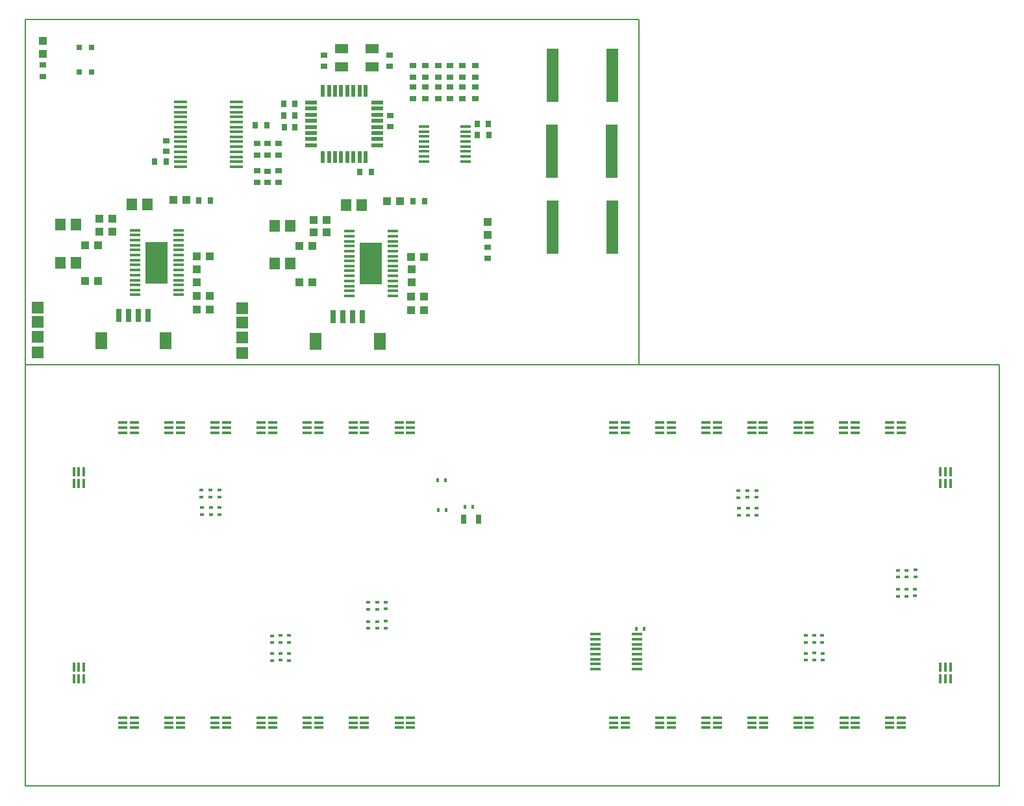
<source format=gtp>
G04*
G04 #@! TF.GenerationSoftware,Altium Limited,Altium Designer,18.1.9 (240)*
G04*
G04 Layer_Color=8421504*
%FSLAX44Y44*%
%MOMM*%
G71*
G01*
G75*
%ADD10R,0.9000X0.8000*%
%ADD11R,1.6000X2.2000*%
%ADD12R,0.7000X1.8000*%
%ADD13R,0.5500X1.5000*%
%ADD14R,1.5000X0.5500*%
%ADD15R,1.5240X1.5240*%
%ADD16R,0.9000X0.7000*%
%ADD17R,1.5000X7.0000*%
%ADD18R,1.4000X0.3500*%
%ADD19R,0.7000X0.9000*%
%ADD20R,1.1000X1.0000*%
%ADD21R,1.4000X1.5000*%
%ADD22R,1.0000X1.1000*%
%ADD23R,2.9972X5.5118*%
%ADD24R,1.4224X0.3556*%
%ADD25R,0.8000X0.9000*%
%ADD26R,0.7500X0.7000*%
%ADD27R,1.8000X1.2000*%
%ADD28R,1.6510X0.4318*%
%ADD36C,0.2000*%
%ADD40R,0.4500X0.6000*%
%ADD41R,1.4000X0.3500*%
%ADD42R,0.6000X0.4000*%
%ADD43R,0.8000X1.3000*%
%ADD44R,0.3500X1.2000*%
%ADD45R,1.2000X0.3500*%
D10*
X676250Y1060500D02*
D03*
Y1074500D02*
D03*
X589890Y1153240D02*
D03*
Y1139240D02*
D03*
X674980D02*
D03*
Y1153240D02*
D03*
X383820Y1042028D02*
D03*
Y1028027D02*
D03*
D11*
X662820Y779738D02*
D03*
X578320D02*
D03*
X383420Y781008D02*
D03*
X298920D02*
D03*
D12*
X614320Y812738D02*
D03*
X601820D02*
D03*
X626820D02*
D03*
X639320D02*
D03*
X334920Y814008D02*
D03*
X322420D02*
D03*
X347420D02*
D03*
X359920D02*
D03*
D13*
X644065Y1020920D02*
D03*
X636065D02*
D03*
X628065D02*
D03*
X620065D02*
D03*
X612065D02*
D03*
X604065D02*
D03*
X596065D02*
D03*
X588065D02*
D03*
Y1106920D02*
D03*
X596065D02*
D03*
X604065D02*
D03*
X612065D02*
D03*
X620065D02*
D03*
X628065D02*
D03*
X636065D02*
D03*
X644065D02*
D03*
D14*
X573065Y1035920D02*
D03*
Y1043920D02*
D03*
Y1051920D02*
D03*
Y1059920D02*
D03*
Y1067920D02*
D03*
Y1075920D02*
D03*
Y1083920D02*
D03*
Y1091920D02*
D03*
X659065D02*
D03*
Y1083920D02*
D03*
Y1075920D02*
D03*
Y1067920D02*
D03*
Y1059920D02*
D03*
Y1051920D02*
D03*
Y1043920D02*
D03*
Y1035920D02*
D03*
D15*
X483210Y823660D02*
D03*
X216510Y824596D02*
D03*
X483210Y804610D02*
D03*
Y785560D02*
D03*
Y765240D02*
D03*
X216510Y766176D02*
D03*
Y786496D02*
D03*
Y805546D02*
D03*
D16*
X786740Y1124650D02*
D03*
Y1139650D02*
D03*
X770082Y1124649D02*
D03*
Y1139649D02*
D03*
X753720Y1124770D02*
D03*
Y1139770D02*
D03*
X786740Y1111710D02*
D03*
Y1096710D02*
D03*
X770082Y1111709D02*
D03*
Y1096709D02*
D03*
X753720Y1111710D02*
D03*
Y1096710D02*
D03*
X721970Y1124650D02*
D03*
Y1139650D02*
D03*
X738632Y1124649D02*
D03*
Y1139649D02*
D03*
X705460Y1139650D02*
D03*
Y1124650D02*
D03*
X721970Y1111710D02*
D03*
Y1096710D02*
D03*
X502260Y1023170D02*
D03*
Y1038170D02*
D03*
X502260Y1002610D02*
D03*
Y987610D02*
D03*
X516230Y1002299D02*
D03*
Y987299D02*
D03*
X530200Y1002610D02*
D03*
Y987610D02*
D03*
X705460Y1111710D02*
D03*
Y1096710D02*
D03*
X222860Y1140862D02*
D03*
Y1125862D02*
D03*
X738480Y1111710D02*
D03*
Y1096710D02*
D03*
X530200Y1023170D02*
D03*
Y1038170D02*
D03*
X516230Y1023170D02*
D03*
Y1038170D02*
D03*
X803174Y888216D02*
D03*
Y903216D02*
D03*
D17*
X888000Y1127280D02*
D03*
X966000D02*
D03*
X888000Y929160D02*
D03*
X966000D02*
D03*
X886730Y1028220D02*
D03*
X964730D02*
D03*
D18*
X773920Y1015027D02*
D03*
Y1021527D02*
D03*
Y1028027D02*
D03*
Y1034528D02*
D03*
Y1041028D02*
D03*
Y1047527D02*
D03*
Y1054027D02*
D03*
Y1060527D02*
D03*
X719920Y1015027D02*
D03*
Y1021527D02*
D03*
Y1028027D02*
D03*
Y1034528D02*
D03*
Y1041028D02*
D03*
Y1047527D02*
D03*
Y1054027D02*
D03*
Y1060527D02*
D03*
D19*
X636492Y1001415D02*
D03*
X651492D02*
D03*
X789400Y1049720D02*
D03*
X804400D02*
D03*
X705580Y963026D02*
D03*
X720580D02*
D03*
X426180Y964296D02*
D03*
X441180D02*
D03*
X514840Y1062420D02*
D03*
X499840D02*
D03*
X551812Y1090315D02*
D03*
X536812D02*
D03*
X369030Y1015027D02*
D03*
X384030D02*
D03*
D20*
X574650Y904486D02*
D03*
X557650D02*
D03*
X703310Y838566D02*
D03*
X720310D02*
D03*
X574650Y857616D02*
D03*
X557650D02*
D03*
X576310Y938896D02*
D03*
X593310D02*
D03*
X576310Y922186D02*
D03*
X593310D02*
D03*
X719920Y890636D02*
D03*
X702920D02*
D03*
X720310Y820786D02*
D03*
X703310D02*
D03*
X688603Y963360D02*
D03*
X671602D02*
D03*
X410176Y964630D02*
D03*
X393176D02*
D03*
X440910Y822056D02*
D03*
X423910D02*
D03*
X440910Y891460D02*
D03*
X423910D02*
D03*
X278250Y905756D02*
D03*
X295250D02*
D03*
X313910Y940166D02*
D03*
X296910D02*
D03*
X313910Y923456D02*
D03*
X296910D02*
D03*
X440910Y839749D02*
D03*
X423910D02*
D03*
X278250Y858886D02*
D03*
X295250D02*
D03*
D21*
X618377Y957946D02*
D03*
X638377D02*
D03*
X525280Y931276D02*
D03*
X545280D02*
D03*
X525280Y881746D02*
D03*
X545280D02*
D03*
X358977Y959216D02*
D03*
X338977D02*
D03*
X265880Y932546D02*
D03*
X245880D02*
D03*
X265880Y883016D02*
D03*
X245880D02*
D03*
D22*
X704190Y873990D02*
D03*
Y856990D02*
D03*
X423917Y873859D02*
D03*
Y856859D02*
D03*
X222860Y1155520D02*
D03*
Y1172520D02*
D03*
X803250Y935966D02*
D03*
Y918966D02*
D03*
D23*
X650850Y881746D02*
D03*
X371450Y883016D02*
D03*
D24*
X679298Y923910D02*
D03*
Y917560D02*
D03*
Y910956D02*
D03*
Y904606D02*
D03*
Y898002D02*
D03*
Y891398D02*
D03*
Y885048D02*
D03*
Y878444D02*
D03*
Y872094D02*
D03*
Y865490D02*
D03*
Y858886D02*
D03*
Y852536D02*
D03*
Y845932D02*
D03*
Y839582D02*
D03*
X622402D02*
D03*
Y845932D02*
D03*
Y852536D02*
D03*
Y858886D02*
D03*
Y865490D02*
D03*
Y872094D02*
D03*
Y878444D02*
D03*
Y885048D02*
D03*
Y891398D02*
D03*
Y898002D02*
D03*
Y904606D02*
D03*
Y910956D02*
D03*
Y917560D02*
D03*
Y923910D02*
D03*
X343002Y925180D02*
D03*
Y918830D02*
D03*
Y912226D02*
D03*
Y905876D02*
D03*
Y899272D02*
D03*
Y892668D02*
D03*
Y886318D02*
D03*
Y879714D02*
D03*
Y873364D02*
D03*
Y866760D02*
D03*
Y860156D02*
D03*
Y853806D02*
D03*
Y847202D02*
D03*
Y840852D02*
D03*
X399898D02*
D03*
Y847202D02*
D03*
Y853806D02*
D03*
Y860156D02*
D03*
Y866760D02*
D03*
Y873364D02*
D03*
Y879714D02*
D03*
Y886318D02*
D03*
Y892668D02*
D03*
Y899272D02*
D03*
Y905876D02*
D03*
Y912226D02*
D03*
Y918830D02*
D03*
Y925180D02*
D03*
D25*
X537312Y1075075D02*
D03*
X551312D02*
D03*
X551932Y1059920D02*
D03*
X537932D02*
D03*
X789900Y1063690D02*
D03*
X803900D02*
D03*
D26*
X270490Y1163510D02*
D03*
Y1131510D02*
D03*
X286990D02*
D03*
Y1163510D02*
D03*
D27*
X652562Y1162005D02*
D03*
X612562D02*
D03*
Y1138005D02*
D03*
X652562D02*
D03*
D28*
X475082Y1092335D02*
D03*
Y1085985D02*
D03*
Y1079381D02*
D03*
Y1073031D02*
D03*
Y1066427D02*
D03*
Y1059823D02*
D03*
Y1053473D02*
D03*
Y1046869D02*
D03*
Y1040519D02*
D03*
Y1033915D02*
D03*
Y1027311D02*
D03*
Y1020961D02*
D03*
Y1014357D02*
D03*
Y1008007D02*
D03*
X402438D02*
D03*
Y1014357D02*
D03*
Y1020961D02*
D03*
Y1027311D02*
D03*
Y1033915D02*
D03*
Y1040519D02*
D03*
Y1046869D02*
D03*
Y1053473D02*
D03*
Y1059823D02*
D03*
Y1066427D02*
D03*
Y1073031D02*
D03*
Y1079381D02*
D03*
Y1085985D02*
D03*
Y1092335D02*
D03*
D36*
X200000Y750000D02*
X1000000D01*
X200000D02*
Y1200000D01*
X1000000D01*
Y750000D02*
Y1200000D01*
X1470000Y200000D02*
Y750000D01*
X200000D02*
X1470000D01*
X200000Y200000D02*
Y750000D01*
Y200000D02*
X1470000D01*
D40*
X747997Y598999D02*
D03*
X737997D02*
D03*
X773504Y564001D02*
D03*
X783504D02*
D03*
X997003Y405377D02*
D03*
X1007003D02*
D03*
X738497Y559999D02*
D03*
X748497D02*
D03*
D41*
X997468Y352660D02*
D03*
Y359160D02*
D03*
Y365660D02*
D03*
Y372160D02*
D03*
Y378660D02*
D03*
Y385160D02*
D03*
Y391660D02*
D03*
Y398160D02*
D03*
X943468Y352660D02*
D03*
Y359160D02*
D03*
Y365660D02*
D03*
Y372160D02*
D03*
Y378660D02*
D03*
Y385160D02*
D03*
Y391660D02*
D03*
Y398160D02*
D03*
D42*
X1360976Y481847D02*
D03*
Y472848D02*
D03*
X1349476Y481593D02*
D03*
Y472593D02*
D03*
X1337976Y481593D02*
D03*
Y472593D02*
D03*
X1360477Y456847D02*
D03*
Y447848D02*
D03*
X1349476Y456593D02*
D03*
Y447593D02*
D03*
X1337976Y456593D02*
D03*
Y447593D02*
D03*
X1239475Y396497D02*
D03*
Y387497D02*
D03*
X1153746Y553528D02*
D03*
Y562528D02*
D03*
X543730Y396260D02*
D03*
Y387261D02*
D03*
X453751Y553998D02*
D03*
Y562998D02*
D03*
X1228493Y396500D02*
D03*
Y387500D02*
D03*
X1142247Y553528D02*
D03*
Y562528D02*
D03*
X532748Y396263D02*
D03*
Y387263D02*
D03*
X442252Y553998D02*
D03*
Y562998D02*
D03*
X1217494Y396250D02*
D03*
Y387250D02*
D03*
X1130499Y553528D02*
D03*
Y562528D02*
D03*
X521749Y396013D02*
D03*
Y387013D02*
D03*
X430504Y553998D02*
D03*
Y562998D02*
D03*
X1239976Y373247D02*
D03*
Y364248D02*
D03*
X1153245Y576778D02*
D03*
Y585778D02*
D03*
X544231Y373010D02*
D03*
Y364011D02*
D03*
X453250Y577248D02*
D03*
Y586248D02*
D03*
X1228994Y373475D02*
D03*
Y364475D02*
D03*
X1141745Y576553D02*
D03*
Y585553D02*
D03*
X533249Y373238D02*
D03*
Y364238D02*
D03*
X441750Y577023D02*
D03*
Y586023D02*
D03*
X1217996Y373250D02*
D03*
Y364250D02*
D03*
X1129997Y576528D02*
D03*
Y585528D02*
D03*
X522251Y373013D02*
D03*
Y364013D02*
D03*
X430002Y576998D02*
D03*
Y585998D02*
D03*
X647456Y405756D02*
D03*
Y414756D02*
D03*
X658956Y405756D02*
D03*
Y414756D02*
D03*
X669956Y406010D02*
D03*
Y415010D02*
D03*
X647455Y430756D02*
D03*
Y439756D02*
D03*
X658955Y430756D02*
D03*
Y439756D02*
D03*
X670455Y431010D02*
D03*
Y440010D02*
D03*
D43*
X791004Y548501D02*
D03*
X772004D02*
D03*
D44*
X276500Y610000D02*
D03*
X270000D02*
D03*
X263500D02*
D03*
X276500Y595000D02*
D03*
X270000D02*
D03*
X263500D02*
D03*
X1406500Y355000D02*
D03*
X1400000D02*
D03*
X1393500D02*
D03*
X1406500Y340000D02*
D03*
X1400000D02*
D03*
X1393500D02*
D03*
X263500Y340000D02*
D03*
X270000D02*
D03*
X276500D02*
D03*
X263500Y355000D02*
D03*
X270000D02*
D03*
X276500D02*
D03*
X1393497Y594993D02*
D03*
X1399998D02*
D03*
X1406497D02*
D03*
X1393497Y609993D02*
D03*
X1399998D02*
D03*
X1406497D02*
D03*
D45*
X702500Y276003D02*
D03*
Y282503D02*
D03*
Y289003D02*
D03*
X687500Y276003D02*
D03*
Y282503D02*
D03*
Y289003D02*
D03*
X982420Y660997D02*
D03*
Y667497D02*
D03*
Y673997D02*
D03*
X967420Y660997D02*
D03*
Y667497D02*
D03*
Y673997D02*
D03*
X342500Y661000D02*
D03*
Y667500D02*
D03*
Y674000D02*
D03*
X327500Y661000D02*
D03*
Y667500D02*
D03*
Y674000D02*
D03*
X642500Y276003D02*
D03*
Y282503D02*
D03*
Y289003D02*
D03*
X627500Y276003D02*
D03*
Y282503D02*
D03*
Y289003D02*
D03*
X1042420Y660997D02*
D03*
Y667497D02*
D03*
Y673997D02*
D03*
X1027420Y660997D02*
D03*
Y667497D02*
D03*
Y673997D02*
D03*
X1342500Y276000D02*
D03*
Y282500D02*
D03*
Y289000D02*
D03*
X1327500Y276000D02*
D03*
Y282500D02*
D03*
Y289000D02*
D03*
X402500Y661000D02*
D03*
Y667500D02*
D03*
Y674000D02*
D03*
X387500Y661000D02*
D03*
Y667500D02*
D03*
Y674000D02*
D03*
X582500Y276003D02*
D03*
Y282503D02*
D03*
Y289003D02*
D03*
X567500Y276003D02*
D03*
Y282503D02*
D03*
Y289003D02*
D03*
X1102420Y660997D02*
D03*
Y667497D02*
D03*
Y673997D02*
D03*
X1087420Y660997D02*
D03*
Y667497D02*
D03*
Y673997D02*
D03*
X1282500Y276000D02*
D03*
Y282500D02*
D03*
Y289000D02*
D03*
X1267501Y276000D02*
D03*
Y282500D02*
D03*
Y289000D02*
D03*
X462500Y661000D02*
D03*
Y667500D02*
D03*
Y674000D02*
D03*
X447500Y661000D02*
D03*
Y667500D02*
D03*
Y674000D02*
D03*
X522500Y276003D02*
D03*
Y282503D02*
D03*
Y289003D02*
D03*
X507500Y276003D02*
D03*
Y282503D02*
D03*
Y289003D02*
D03*
X1162420Y660997D02*
D03*
Y667497D02*
D03*
Y673997D02*
D03*
X1147420Y660997D02*
D03*
Y667497D02*
D03*
Y673997D02*
D03*
X1222501Y276000D02*
D03*
Y282500D02*
D03*
Y289000D02*
D03*
X1207501Y276000D02*
D03*
Y282500D02*
D03*
Y289000D02*
D03*
X522500Y661000D02*
D03*
Y667500D02*
D03*
Y674000D02*
D03*
X507500Y661000D02*
D03*
Y667500D02*
D03*
Y674000D02*
D03*
X462500Y276003D02*
D03*
Y282503D02*
D03*
Y289003D02*
D03*
X447500Y276003D02*
D03*
Y282503D02*
D03*
Y289003D02*
D03*
X1222420Y660997D02*
D03*
Y667497D02*
D03*
Y673997D02*
D03*
X1207420Y660997D02*
D03*
Y667497D02*
D03*
Y673997D02*
D03*
X1162501Y276000D02*
D03*
Y282500D02*
D03*
Y289000D02*
D03*
X1147501Y276000D02*
D03*
Y282500D02*
D03*
Y289000D02*
D03*
X582500Y661000D02*
D03*
Y667500D02*
D03*
Y674000D02*
D03*
X567500Y661000D02*
D03*
Y667500D02*
D03*
Y674000D02*
D03*
X402500Y276003D02*
D03*
Y282503D02*
D03*
Y289003D02*
D03*
X387500Y276003D02*
D03*
Y282503D02*
D03*
Y289003D02*
D03*
X1282420Y660997D02*
D03*
Y667497D02*
D03*
Y673997D02*
D03*
X1267420Y660997D02*
D03*
Y667497D02*
D03*
Y673997D02*
D03*
X1102501Y276000D02*
D03*
Y282500D02*
D03*
Y289000D02*
D03*
X1087501Y276000D02*
D03*
Y282500D02*
D03*
Y289000D02*
D03*
X642500Y661000D02*
D03*
Y667500D02*
D03*
Y674000D02*
D03*
X627500Y661000D02*
D03*
Y667500D02*
D03*
Y674000D02*
D03*
X342500Y276003D02*
D03*
Y282503D02*
D03*
Y289003D02*
D03*
X327500Y276003D02*
D03*
Y282503D02*
D03*
Y289003D02*
D03*
X1342420Y660997D02*
D03*
Y667497D02*
D03*
Y673997D02*
D03*
X1327420Y660997D02*
D03*
Y667497D02*
D03*
Y673997D02*
D03*
X1042501Y276000D02*
D03*
Y282500D02*
D03*
Y289000D02*
D03*
X1027501Y276000D02*
D03*
Y282500D02*
D03*
Y289000D02*
D03*
X702500Y661000D02*
D03*
Y667500D02*
D03*
Y674000D02*
D03*
X687500Y661000D02*
D03*
Y667500D02*
D03*
Y674000D02*
D03*
X982500Y276000D02*
D03*
Y282500D02*
D03*
Y289000D02*
D03*
X967501Y276000D02*
D03*
Y282500D02*
D03*
Y289000D02*
D03*
M02*

</source>
